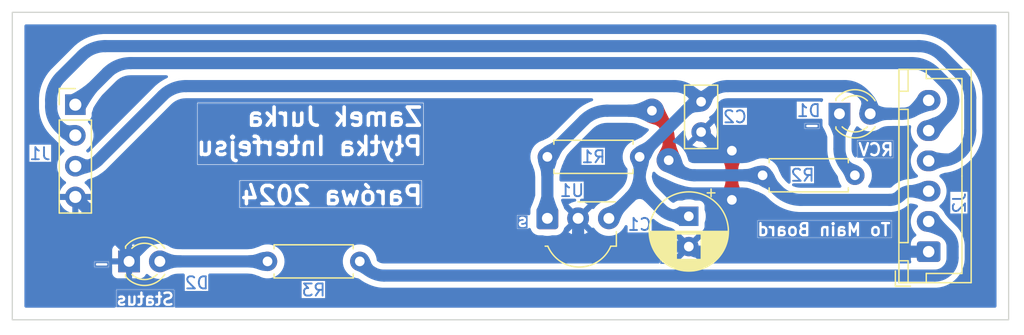
<source format=kicad_pcb>
(kicad_pcb (version 20221018) (generator pcbnew)
  (layers (0 "F.Cu" signal) (31 "B.Cu" signal) (34 "B.Paste" user) (35 "F.Paste" user) (36 "B.SilkS" user "B.Silkscreen") (37 "F.SilkS" user "F.Silkscreen") (38 "B.Mask" user) (39 "F.Mask" user) (44 "Edge.Cuts" user))
  (net 0 "")
  (net 1 "+5V")
  (net 2 "GND")
  (net 3 "/RCV LED -")
  (net 4 "/Status LED +")
  (net 5 "/SDA")
  (net 6 "/SCL")
  (net 7 "/Status")
  (net 8 "/IR Signal")
  (footprint "Resistor_THT:R_Axial_DIN0207_L6.3mm_D2.5mm_P7.62mm_Horizontal" (layer "F.Cu") (at 262.4836 27.6352)
    (fp_text reference "R2" (at 3.302 0) (layer "B.Cu" knockout) (effects (justify mirror)))
    (fp_text value "1.2k")
    (fp_line (start 0.54 -1.37) (end 7.08 -1.37) (stroke (width 0.12)) (layer "F.SilkS"))
    (fp_line (start 0.54 -1.04) (end 0.54 -1.37) (stroke (width 0.12)) (layer "F.SilkS"))
    (fp_line (start 0.54 1.04) (end 0.54 1.37) (stroke (width 0.12)) (layer "F.SilkS"))
    (fp_line (start 0.54 1.37) (end 7.08 1.37) (stroke (width 0.12)) (layer "F.SilkS"))
    (fp_line (start 7.08 -1.37) (end 7.08 -1.04) (stroke (width 0.12)) (layer "F.SilkS"))
    (fp_line (start 7.08 1.37) (end 7.08 1.04) (stroke (width 0.12)) (layer "F.SilkS"))
    (pad "1" thru_hole circle (at 0 0) (size 1.6 1.6) (drill 0.8) (layers "*.Cu" "*.Mask") (net 8 "/IR Signal"))
    (pad "2" thru_hole oval (at 7.62 0) (size 1.6 1.6) (drill 0.8) (layers "*.Cu" "*.Mask") (net 3 "/RCV LED -"))
  )
  (footprint "Resistor_THT:R_Axial_DIN0207_L6.3mm_D2.5mm_P7.62mm_Horizontal" (layer "F.Cu") (at 229.2096 34.7472 180)
    (fp_text reference "R3" (at 3.81 -2.37) (layer "B.Cu" knockout) (effects (justify mirror)))
    (fp_text value "1.2k")
    (fp_line (start 0.54 -1.37) (end 7.08 -1.37) (stroke (width 0.12)) (layer "F.SilkS"))
    (fp_line (start 0.54 -1.04) (end 0.54 -1.37) (stroke (width 0.12)) (layer "F.SilkS"))
    (fp_line (start 0.54 1.04) (end 0.54 1.37) (stroke (width 0.12)) (layer "F.SilkS"))
    (fp_line (start 0.54 1.37) (end 7.08 1.37) (stroke (width 0.12)) (layer "F.SilkS"))
    (fp_line (start 7.08 -1.37) (end 7.08 -1.04) (stroke (width 0.12)) (layer "F.SilkS"))
    (fp_line (start 7.08 1.37) (end 7.08 1.04) (stroke (width 0.12)) (layer "F.SilkS"))
    (pad "1" thru_hole circle (at 0 0 180) (size 1.6 1.6) (drill 0.8) (layers "*.Cu" "*.Mask") (net 7 "/Status"))
    (pad "2" thru_hole oval (at 7.62 0 180) (size 1.6 1.6) (drill 0.8) (layers "*.Cu" "*.Mask") (net 4 "/Status LED +"))
  )
  (footprint "Connector_JST:JST_XH_B6B-XH-A_1x06_P2.50mm_Vertical" (layer "F.Cu") (at 276.1996 33.9452 90)
    (fp_text reference "J2" (at 4.024 2.54 90) (layer "B.Cu" knockout) (effects (justify mirror)))
    (fp_text value "Main Board")
    (fp_line (start -2.85 -2.75) (end -2.85 -1.5) (stroke (width 0.12)) (layer "F.SilkS"))
    (fp_line (start -2.56 -2.46) (end -2.56 3.51) (stroke (width 0.12)) (layer "F.SilkS"))
    (fp_line (start -2.56 3.51) (end 15.06 3.51) (stroke (width 0.12)) (layer "F.SilkS"))
    (fp_line (start -2.55 -2.45) (end -2.55 -1.7) (stroke (width 0.12)) (layer "F.SilkS"))
    (fp_line (start -2.55 -1.7) (end -0.75 -1.7) (stroke (width 0.12)) (layer "F.SilkS"))
    (fp_line (start -2.55 -0.2) (end -1.8 -0.2) (stroke (width 0.12)) (layer "F.SilkS"))
    (fp_line (start -1.8 -0.2) (end -1.8 2.75) (stroke (width 0.12)) (layer "F.SilkS"))
    (fp_line (start -1.8 2.75) (end 6.25 2.75) (stroke (width 0.12)) (layer "F.SilkS"))
    (fp_line (start -1.6 -2.75) (end -2.85 -2.75) (stroke (width 0.12)) (layer "F.SilkS"))
    (fp_line (start -0.75 -2.45) (end -2.55 -2.45) (stroke (width 0.12)) (layer "F.SilkS"))
    (fp_line (start -0.75 -1.7) (end -0.75 -2.45) (stroke (width 0.12)) (layer "F.SilkS"))
    (fp_line (start 0.75 -2.45) (end 0.75 -1.7) (stroke (width 0.12)) (layer "F.SilkS"))
    (fp_line (start 0.75 -1.7) (end 11.75 -1.7) (stroke (width 0.12)) (layer "F.SilkS"))
    (fp_line (start 11.75 -2.45) (end 0.75 -2.45) (stroke (width 0.12)) (layer "F.SilkS"))
    (fp_line (start 11.75 -1.7) (end 11.75 -2.45) (stroke (width 0.12)) (layer "F.SilkS"))
    (fp_line (start 13.25 -2.45) (end 13.25 -1.7) (stroke (width 0.12)) (layer "F.SilkS"))
    (fp_line (start 13.25 -1.7) (end 15.05 -1.7) (stroke (width 0.12)) (layer "F.SilkS"))
    (fp_line (start 14.3 -0.2) (end 14.3 2.75) (stroke (width 0.12)) (layer "F.SilkS"))
    (fp_line (start 14.3 2.75) (end 6.25 2.75) (stroke (width 0.12)) (layer "F.SilkS"))
    (fp_line (start 15.05 -2.45) (end 13.25 -2.45) (stroke (width 0.12)) (layer "F.SilkS"))
    (fp_line (start 15.05 -1.7) (end 15.05 -2.45) (stroke (width 0.12)) (layer "F.SilkS"))
    (fp_line (start 15.05 -0.2) (end 14.3 -0.2) (stroke (width 0.12)) (layer "F.SilkS"))
    (fp_line (start 15.06 -2.46) (end -2.56 -2.46) (stroke (width 0.12)) (layer "F.SilkS"))
    (fp_line (start 15.06 3.51) (end 15.06 -2.46) (stroke (width 0.12)) (layer "F.SilkS"))
    (pad "1" thru_hole roundrect (at 0 0 90) (size 1.7 1.95) (drill 0.95) (layers "*.Cu" "*.Mask") (roundrect_rratio 0.1470588235) (net 2 "GND"))
    (pad "2" thru_hole oval (at 2.5 0 90) (size 1.7 1.95) (drill 0.95) (layers "*.Cu" "*.Mask") (net 7 "/Status"))
    (pad "3" thru_hole oval (at 5 0 90) (size 1.7 1.95) (drill 0.95) (layers "*.Cu" "*.Mask") (net 8 "/IR Signal"))
    (pad "4" thru_hole oval (at 7.5 0 90) (size 1.7 1.95) (drill 0.95) (layers "*.Cu" "*.Mask") (net 6 "/SCL"))
    (pad "5" thru_hole oval (at 10 0 90) (size 1.7 1.95) (drill 0.95) (layers "*.Cu" "*.Mask") (net 5 "/SDA"))
    (pad "6" thru_hole oval (at 12.5 0 90) (size 1.7 1.95) (drill 0.95) (layers "*.Cu" "*.Mask") (net 1 "+5V"))
  )
  (footprint "Capacitor_THT:CP_Radial_D6.3mm_P2.50mm" (layer "F.Cu") (at 256.3876 31.024821 -90)
    (fp_text reference "C1" (at 0.674379 4.064 -180) (layer "B.Cu" knockout) (effects (justify mirror)))
    (fp_text value "100 uF")
    (fp_line (start -2.250241 -1.839) (end -1.620241 -1.839) (stroke (width 0.12)) (layer "F.SilkS"))
    (fp_line (start -1.935241 -2.154) (end -1.935241 -1.524) (stroke (width 0.12)) (layer "F.SilkS"))
    (fp_line (start 1.25 -3.23) (end 1.25 3.23) (stroke (width 0.12)) (layer "F.SilkS"))
    (fp_line (start 1.29 -3.23) (end 1.29 3.23) (stroke (width 0.12)) (layer "F.SilkS"))
    (fp_line (start 1.33 -3.23) (end 1.33 3.23) (stroke (width 0.12)) (layer "F.SilkS"))
    (fp_line (start 1.37 -3.228) (end 1.37 3.228) (stroke (width 0.12)) (layer "F.SilkS"))
    (fp_line (start 1.41 -3.227) (end 1.41 3.227) (stroke (width 0.12)) (layer "F.SilkS"))
    (fp_line (start 1.45 -3.224) (end 1.45 3.224) (stroke (width 0.12)) (layer "F.SilkS"))
    (fp_line (start 1.49 -3.222) (end 1.49 -1.04) (stroke (width 0.12)) (layer "F.SilkS"))
    (fp_line (start 1.49 1.04) (end 1.49 3.222) (stroke (width 0.12)) (layer "F.SilkS"))
    (fp_line (start 1.53 -3.218) (end 1.53 -1.04) (stroke (width 0.12)) (layer "F.SilkS"))
    (fp_line (start 1.53 1.04) (end 1.53 3.218) (stroke (width 0.12)) (layer "F.SilkS"))
    (fp_line (start 1.57 -3.215) (end 1.57 -1.04) (stroke (width 0.12)) (layer "F.SilkS"))
    (fp_line (start 1.57 1.04) (end 1.57 3.215) (stroke (width 0.12)) (layer "F.SilkS"))
    (fp_line (start 1.61 -3.211) (end 1.61 -1.04) (stroke (width 0.12)) (layer "F.SilkS"))
    (fp_line (start 1.61 1.04) (end 1.61 3.211) (stroke (width 0.12)) (layer "F.SilkS"))
    (fp_line (start 1.65 -3.206) (end 1.65 -1.04) (stroke (width 0.12)) (layer "F.SilkS"))
    (fp_line (start 1.65 1.04) (end 1.65 3.206) (stroke (width 0.12)) (layer "F.SilkS"))
    (fp_line (start 1.69 -3.201) (end 1.69 -1.04) (stroke (width 0.12)) (layer "F.SilkS"))
    (fp_line (start 1.69 1.04) (end 1.69 3.201) (stroke (width 0.12)) (layer "F.SilkS"))
    (fp_line (start 1.73 -3.195) (end 1.73 -1.04) (stroke (width 0.12)) (layer "F.SilkS"))
    (fp_line (start 1.73 1.04) (end 1.73 3.195) (stroke (width 0.12)) (layer "F.SilkS"))
    (fp_line (start 1.77 -3.189) (end 1.77 -1.04) (stroke (width 0.12)) (layer "F.SilkS"))
    (fp_line (start 1.77 1.04) (end 1.77 3.189) (stroke (width 0.12)) (layer "F.SilkS"))
    (fp_line (start 1.81 -3.182) (end 1.81 -1.04) (stroke (width 0.12)) (layer "F.SilkS"))
    (fp_line (start 1.81 1.04) (end 1.81 3.182) (stroke (width 0.12)) (layer "F.SilkS"))
    (fp_line (start 1.85 -3.175) (end 1.85 -1.04) (stroke (width 0.12)) (layer "F.SilkS"))
    (fp_line (start 1.85 1.04) (end 1.85 3.175) (stroke (width 0.12)) (layer "F.SilkS"))
    (fp_line (start 1.89 -3.167) (end 1.89 -1.04) (stroke (width 0.12)) (layer "F.SilkS"))
    (fp_line (start 1.89 1.04) (end 1.89 3.167) (stroke (width 0.12)) (layer "F.SilkS"))
    (fp_line (start 1.93 -3.159) (end 1.93 -1.04) (stroke (width 0.12)) (layer "F.SilkS"))
    (fp_line (start 1.93 1.04) (end 1.93 3.159) (stroke (width 0.12)) (layer "F.SilkS"))
    (fp_line (start 1.971 -3.15) (end 1.971 -1.04) (stroke (width 0.12)) (layer "F.SilkS"))
    (fp_line (start 1.971 1.04) (end 1.971 3.15) (stroke (width 0.12)) (layer "F.SilkS"))
    (fp_line (start 2.011 -3.141) (end 2.011 -1.04) (stroke (width 0.12)) (layer "F.SilkS"))
    (fp_line (start 2.011 1.04) (end 2.011 3.141) (stroke (width 0.12)) (layer "F.SilkS"))
    (fp_line (start 2.051 -3.131) (end 2.051 -1.04) (stroke (width 0.12)) (layer "F.SilkS"))
    (fp_line (start 2.051 1.04) (end 2.051 3.131) (stroke (width 0.12)) (layer "F.SilkS"))
    (fp_line (start 2.091 -3.121) (end 2.091 -1.04) (stroke (width 0.12)) (layer "F.SilkS"))
    (fp_line (start 2.091 1.04) (end 2.091 3.121) (stroke (width 0.12)) (layer "F.SilkS"))
    (fp_line (start 2.131 -3.11) (end 2.131 -1.04) (stroke (width 0.12)) (layer "F.SilkS"))
    (fp_line (start 2.131 1.04) (end 2.131 3.11) (stroke (width 0.12)) (layer "F.SilkS"))
    (fp_line (start 2.171 -3.098) (end 2.171 -1.04) (stroke (width 0.12)) (layer "F.SilkS"))
    (fp_line (start 2.171 1.04) (end 2.171 3.098) (stroke (width 0.12)) (layer "F.SilkS"))
    (fp_line (start 2.211 -3.086) (end 2.211 -1.04) (stroke (width 0.12)) (layer "F.SilkS"))
    (fp_line (start 2.211 1.04) (end 2.211 3.086) (stroke (width 0.12)) (layer "F.SilkS"))
    (fp_line (start 2.251 -3.074) (end 2.251 -1.04) (stroke (width 0.12)) (layer "F.SilkS"))
    (fp_line (start 2.251 1.04) (end 2.251 3.074) (stroke (width 0.12)) (layer "F.SilkS"))
    (fp_line (start 2.291 -3.061) (end 2.291 -1.04) (stroke (width 0.12)) (layer "F.SilkS"))
    (fp_line (start 2.291 1.04) (end 2.291 3.061) (stroke (width 0.12)) (layer "F.SilkS"))
    (fp_line (start 2.331 -3.047) (end 2.331 -1.04) (stroke (width 0.12)) (layer "F.SilkS"))
    (fp_line (start 2.331 1.04) (end 2.331 3.047) (stroke (width 0.12)) (layer "F.SilkS"))
    (fp_line (start 2.371 -3.033) (end 2.371 -1.04) (stroke (width 0.12)) (layer "F.SilkS"))
    (fp_line (start 2.371 1.04) (end 2.371 3.033) (stroke (width 0.12)) (layer "F.SilkS"))
    (fp_line (start 2.411 -3.018) (end 2.411 -1.04) (stroke (width 0.12)) (layer "F.SilkS"))
    (fp_line (start 2.411 1.04) (end 2.411 3.018) (stroke (width 0.12)) (layer "F.SilkS"))
    (fp_line (start 2.451 -3.002) (end 2.451 -1.04) (stroke (width 0.12)) (layer "F.SilkS"))
    (fp_line (start 2.451 1.04) (end 2.451 3.002) (stroke (width 0.12)) (layer "F.SilkS"))
    (fp_line (start 2.491 -2.986) (end 2.491 -1.04) (stroke (width 0.12)) (layer "F.SilkS"))
    (fp_line (start 2.491 1.04) (end 2.491 2.986) (stroke (width 0.12)) (layer "F.SilkS"))
    (fp_line (start 2.531 -2.97) (end 2.531 -1.04) (stroke (width 0.12)) (layer "F.SilkS"))
    (fp_line (start 2.531 1.04) (end 2.531 2.97) (stroke (width 0.12)) (layer "F.SilkS"))
    (fp_line (start 2.571 -2.952) (end 2.571 -1.04) (stroke (width 0.12)) (layer "F.SilkS"))
    (fp_line (start 2.571 1.04) (end 2.571 2.952) (stroke (width 0.12)) (layer "F.SilkS"))
    (fp_line (start 2.611 -2.934) (end 2.611 -1.04) (stroke (width 0.12)) (layer "F.SilkS"))
    (fp_line (start 2.611 1.04) (end 2.611 2.934) (stroke (width 0.12)) (layer "F.SilkS"))
    (fp_line (start 2.651 -2.916) (end 2.651 -1.04) (stroke (width 0.12)) (layer "F.SilkS"))
    (fp_line (start 2.651 1.04) (end 2.651 2.916) (stroke (width 0.12)) (layer "F.SilkS"))
    (fp_line (start 2.691 -2.896) (end 2.691 -1.04) (stroke (width 0.12)) (layer "F.SilkS"))
    (fp_line (start 2.691 1.04) (end 2.691 2.896) (stroke (width 0.12)) (layer "F.SilkS"))
    (fp_line (start 2.731 -2.876) (end 2.731 -1.04) (stroke (width 0.12)) (layer "F.SilkS"))
    (fp_line (start 2.731 1.04) (end 2.731 2.876) (stroke (width 0.12)) (layer "F.SilkS"))
    (fp_line (start 2.771 -2.856) (end 2.771 -1.04) (stroke (width 0.12)) (layer "F.SilkS"))
    (fp_line (start 2.771 1.04) (end 2.771 2.856) (stroke (width 0.12)) (layer "F.SilkS"))
    (fp_line (start 2.811 -2.834) (end 2.811 -1.04) (stroke (width 0.12)) (layer "F.SilkS"))
    (fp_line (start 2.811 1.04) (end 2.811 2.834) (stroke (width 0.12)) (layer "F.SilkS"))
    (fp_line (start 2.851 -2.812) (end 2.851 -1.04) (stroke (width 0.12)) (layer "F.SilkS"))
    (fp_line (start 2.851 1.04) (end 2.851 2.812) (stroke (width 0.12)) (layer "F.SilkS"))
    (fp_line (start 2.891 -2.79) (end 2.891 -1.04) (stroke (width 0.12)) (layer "F.SilkS"))
    (fp_line (start 2.891 1.04) (end 2.891 2.79) (stroke (width 0.12)) (layer "F.SilkS"))
    (fp_line (start 2.931 -2.766) (end 2.931 -1.04) (stroke (width 0.12)) (layer "F.SilkS"))
    (fp_line (start 2.931 1.04) (end 2.931 2.766) (stroke (width 0.12)) (layer "F.SilkS"))
    (fp_line (start 2.971 -2.742) (end 2.971 -1.04) (stroke (width 0.12)) (layer "F.SilkS"))
    (fp_line (start 2.971 1.04) (end 2.971 2.742) (stroke (width 0.12)) (layer "F.SilkS"))
    (fp_line (start 3.011 -2.716) (end 3.011 -1.04) (stroke (width 0.12)) (layer "F.SilkS"))
    (fp_line (start 3.011 1.04) (end 3.011 2.716) (stroke (width 0.12)) (layer "F.SilkS"))
    (fp_line (start 3.051 -2.69) (end 3.051 -1.04) (stroke (width 0.12)) (layer "F.SilkS"))
    (fp_line (start 3.051 1.04) (end 3.051 2.69) (stroke (width 0.12)) (layer "F.SilkS"))
    (fp_line (start 3.091 -2.664) (end 3.091 -1.04) (stroke (width 0.12)) (layer "F.SilkS"))
    (fp_line (start 3.091 1.04) (end 3.091 2.664) (stroke (width 0.12)) (layer "F.SilkS"))
    (fp_line (start 3.131 -2.636) (end 3.131 -1.04) (stroke (width 0.12)) (layer "F.SilkS"))
    (fp_line (start 3.131 1.04) (end 3.131 2.636) (stroke (width 0.12)) (layer "F.SilkS"))
    (fp_line (start 3.171 -2.607) (end 3.171 -1.04) (stroke (width 0.12)) (layer "F.SilkS"))
    (fp_line (start 3.171 1.04) (end 3.171 2.607) (stroke (width 0.12)) (layer "F.SilkS"))
    (fp_line (start 3.211 -2.578) (end 3.211 -1.04) (stroke (width 0.12)) (layer "F.SilkS"))
    (fp_line (start 3.211 1.04) (end 3.211 2.578) (stroke (width 0.12)) (layer "F.SilkS"))
    (fp_line (start 3.251 -2.548) (end 3.251 -1.04) (stroke (width 0.12)) (layer "F.SilkS"))
    (fp_line (start 3.251 1.04) (end 3.251 2.548) (stroke (width 0.12)) (layer "F.SilkS"))
    (fp_line (start 3.291 -2.516) (end 3.291 -1.04) (stroke (width 0.12)) (layer "F.SilkS"))
    (fp_line (start 3.291 1.04) (end 3.291 2.516) (stroke (width 0.12)) (layer "F.SilkS"))
    (fp_line (start 3.331 -2.484) (end 3.331 -1.04) (stroke (width 0.12)) (layer "F.SilkS"))
    (fp_line (start 3.331 1.04) (end 3.331 2.484) (stroke (width 0.12)) (layer "F.SilkS"))
    (fp_line (start 3.371 -2.45) (end 3.371 -1.04) (stroke (width 0.12)) (layer "F.SilkS"))
    (fp_line (start 3.371 1.04) (end 3.371 2.45) (stroke (width 0.12)) (layer "F.SilkS"))
    (fp_line (start 3.411 -2.416) (end 3.411 -1.04) (stroke (width 0.12)) (layer "F.SilkS"))
    (fp_line (start 3.411 1.04) (end 3.411 2.416) (stroke (width 0.12)) (layer "F.SilkS"))
    (fp_line (start 3.451 -2.38) (end 3.451 -1.04) (stroke (width 0.12)) (layer "F.SilkS"))
    (fp_line (start 3.451 1.04) (end 3.451 2.38) (stroke (width 0.12)) (layer "F.SilkS"))
    (fp_line (start 3.491 -2.343) (end 3.491 -1.04) (stroke (width 0.12)) (layer "F.SilkS"))
    (fp_line (start 3.491 1.04) (end 3.491 2.343) (stroke (width 0.12)) (layer "F.SilkS"))
    (fp_line (start 3.531 -2.305) (end 3.531 -1.04) (stroke (width 0.12)) (layer "F.SilkS"))
    (fp_line (start 3.531 1.04) (end 3.531 2.305) (stroke (width 0.12)) (layer "F.SilkS"))
    (fp_line (start 3.571 -2.265) (end 3.571 2.265) (stroke (width 0.12)) (layer "F.SilkS"))
    (fp_line (start 3.611 -2.224) (end 3.611 2.224) (stroke (width 0.12)) (layer "F.SilkS"))
    (fp_line (start 3.651 -2.182) (end 3.651 2.182) (stroke (width 0.12)) (layer "F.SilkS"))
    (fp_line (start 3.691 -2.137) (end 3.691 2.137) (stroke (width 0.12)) (layer "F.SilkS"))
    (fp_line (start 3.731 -2.092) (end 3.731 2.092) (stroke (width 0.12)) (layer "F.SilkS"))
    (fp_line (start 3.771 -2.044) (end 3.771 2.044) (stroke (width 0.12)) (layer "F.SilkS"))
    (fp_line (start 3.811 -1.995) (end 3.811 1.995) (stroke (width 0.12)) (layer "F.SilkS"))
    (fp_line (start 3.851 -1.944) (end 3.851 1.944) (stroke (width 0.12)) (layer "F.SilkS"))
    (fp_line (start 3.891 -1.89) (end 3.891 1.89) (stroke (width 0.12)) (layer "F.SilkS"))
    (fp_line (start 3.931 -1.834) (end 3.931 1.834) (stroke (width 0.12)) (layer "F.SilkS"))
    (fp_line (start 3.971 -1.776) (end 3.971 1.776) (stroke (width 0.12)) (layer "F.SilkS"))
    (fp_line (start 4.011 -1.714) (end 4.011 1.714) (stroke (width 0.12)) (layer "F.SilkS"))
    (fp_line (start 4.051 -1.65) (end 4.051 1.65) (stroke (width 0.12)) (layer "F.SilkS"))
    (fp_line (start 4.091 -1.581) (end 4.091 1.581) (stroke (width 0.12)) (layer "F.SilkS"))
    (fp_line (start 4.131 -1.509) (end 4.131 1.509) (stroke (width 0.12)) (layer "F.SilkS"))
    (fp_line (start 4.171 -1.432) (end 4.171 1.432) (stroke (width 0.12)) (layer "F.SilkS"))
    (fp_line (start 4.211 -1.35) (end 4.211 1.35) (stroke (width 0.12)) (layer "F.SilkS"))
    (fp_line (start 4.251 -1.262) (end 4.251 1.262) (stroke (width 0.12)) (layer "F.SilkS"))
    (fp_line (start 4.291 -1.165) (end 4.291 1.165) (stroke (width 0.12)) (layer "F.SilkS"))
    (fp_line (start 4.331 -1.059) (end 4.331 1.059) (stroke (width 0.12)) (layer "F.SilkS"))
    (fp_line (start 4.371 -0.94) (end 4.371 0.94) (stroke (width 0.12)) (layer "F.SilkS"))
    (fp_line (start 4.411 -0.802) (end 4.411 0.802) (stroke (width 0.12)) (layer "F.SilkS"))
    (fp_line (start 4.451 -0.633) (end 4.451 0.633) (stroke (width 0.12)) (layer "F.SilkS"))
    (fp_line (start 4.491 -0.402) (end 4.491 0.402) (stroke (width 0.12)) (layer "F.SilkS"))
    (fp_circle (center 1.25 0) (end 4.52 0) (stroke (width 0.12)) (fill none) (layer "F.SilkS"))
    (pad "1" thru_hole rect (at 0 0 270) (size 1.6 1.6) (drill 0.8) (layers "*.Cu" "*.Mask") (net 1 "+5V"))
    (pad "2" thru_hole circle (at 2.5 0 270) (size 1.6 1.6) (drill 0.8) (layers "*.Cu" "*.Mask") (net 2 "GND"))
  )
  (footprint "Capacitor_THT:C_Disc_D5.0mm_W2.5mm_P2.50mm" (layer "F.Cu") (at 257.4036 21.5592 -90)
    (fp_text reference "C2" (at 1.25 -2.794 -180) (layer "B.Cu" knockout) (effects (justify mirror)))
    (fp_text value "100 nF")
    (fp_line (start -1.37 -1.37) (end -1.37 1.37) (stroke (width 0.12)) (layer "F.SilkS"))
    (fp_line (start -1.37 -1.37) (end 3.87 -1.37) (stroke (width 0.12)) (layer "F.SilkS"))
    (fp_line (start -1.37 1.37) (end 3.87 1.37) (stroke (width 0.12)) (layer "F.SilkS"))
    (fp_line (start 3.87 -1.37) (end 3.87 1.37) (stroke (width 0.12)) (layer "F.SilkS"))
    (pad "1" thru_hole circle (at 0 0 270) (size 1.6 1.6) (drill 0.8) (layers "*.Cu" "*.Mask") (net 1 "+5V"))
    (pad "2" thru_hole circle (at 2.5 0 270) (size 1.6 1.6) (drill 0.8) (layers "*.Cu" "*.Mask") (net 2 "GND"))
  )
  (footprint "Connector_PinHeader_2.54mm:PinHeader_1x04_P2.54mm_Vertical" (layer "F.Cu") (at 205.7146 21.8032)
    (fp_text reference "J1" (at -2.921 4.054) (layer "B.Cu" knockout) (effects (justify mirror)))
    (fp_text value "Display")
    (fp_line (start -1.33 -1.33) (end 0 -1.33) (stroke (width 0.12)) (layer "F.SilkS"))
    (fp_line (start -1.33 0) (end -1.33 -1.33) (stroke (width 0.12)) (layer "F.SilkS"))
    (fp_line (start -1.33 1.27) (end -1.33 8.95) (stroke (width 0.12)) (layer "F.SilkS"))
    (fp_line (start -1.33 1.27) (end 1.33 1.27) (stroke (width 0.12)) (layer "F.SilkS"))
    (fp_line (start -1.33 8.95) (end 1.33 8.95) (stroke (width 0.12)) (layer "F.SilkS"))
    (fp_line (start 1.33 1.27) (end 1.33 8.95) (stroke (width 0.12)) (layer "F.SilkS"))
    (pad "1" thru_hole rect (at 0 0) (size 1.7 1.7) (drill 1) (layers "*.Cu" "*.Mask") (net 5 "/SDA"))
    (pad "2" thru_hole oval (at 0 2.54) (size 1.7 1.7) (drill 1) (layers "*.Cu" "*.Mask") (net 6 "/SCL"))
    (pad "3" thru_hole oval (at 0 5.08) (size 1.7 1.7) (drill 1) (layers "*.Cu" "*.Mask") (net 1 "+5V"))
    (pad "4" thru_hole oval (at 0 7.62) (size 1.7 1.7) (drill 1) (layers "*.Cu" "*.Mask") (net 2 "GND"))
  )
  (footprint "LED_THT:LED_D3.0mm" (layer "F.Cu") (at 210.1546 34.7472)
    (fp_text reference "D2" (at 5.593 1.778) (layer "B.Cu" knockout) (effects (justify mirror)))
    (fp_text value "Status LED")
    (fp_line (start -0.29 -1.236) (end -0.29 -1.08) (stroke (width 0.12)) (layer "F.SilkS"))
    (fp_line (start -0.29 1.08) (end -0.29 1.236) (stroke (width 0.12)) (layer "F.SilkS"))
    (fp_arc (start -0.29 -1.235516) (mid 1.366487 -1.987659) (end 2.942335 -1.078608) (stroke (width 0.12)) (layer "F.SilkS"))
    (fp_arc (start 0.229039 -1.08) (mid 1.270117 -1.5) (end 2.31113 -1.079837) (stroke (width 0.12)) (layer "F.SilkS"))
    (fp_arc (start 2.31113 1.079837) (mid 1.270117 1.5) (end 0.229039 1.08) (stroke (width 0.12)) (layer "F.SilkS"))
    (fp_arc (start 2.942335 1.078608) (mid 1.366487 1.987659) (end -0.29 1.235516) (stroke (width 0.12)) (layer "F.SilkS"))
    (pad "1" thru_hole rect (at 0 0) (size 1.8 1.8) (drill 0.9) (layers "*.Cu" "*.Mask") (net 2 "GND"))
    (pad "2" thru_hole circle (at 2.54 0) (size 1.8 1.8) (drill 0.9) (layers "*.Cu" "*.Mask") (net 4 "/Status LED +"))
  )
  (footprint "LED_THT:LED_D3.0mm" (layer "F.Cu") (at 268.8286 22.5552)
    (fp_text reference "D1" (at -2.535 -0.254) (layer "B.Cu" knockout) (effects (justify mirror)))
    (fp_text value "RCV LED")
    (fp_line (start -0.29 -1.236) (end -0.29 -1.08) (stroke (width 0.12)) (layer "F.SilkS"))
    (fp_line (start -0.29 1.08) (end -0.29 1.236) (stroke (width 0.12)) (layer "F.SilkS"))
    (fp_arc (start -0.29 -1.235516) (mid 1.366487 -1.987659) (end 2.942335 -1.078608) (stroke (width 0.12)) (layer "F.SilkS"))
    (fp_arc (start 0.229039 -1.08) (mid 1.270117 -1.5) (end 2.31113 -1.079837) (stroke (width 0.12)) (layer "F.SilkS"))
    (fp_arc (start 2.31113 1.079837) (mid 1.270117 1.5) (end 0.229039 1.08) (stroke (width 0.12)) (layer "F.SilkS"))
    (fp_arc (start 2.942335 1.078608) (mid 1.366487 1.987659) (end -0.29 1.235516) (stroke (width 0.12)) (layer "F.SilkS"))
    (pad "1" thru_hole rect (at 0 0) (size 1.8 1.8) (drill 0.9) (layers "*.Cu" "*.Mask") (net 3 "/RCV LED -"))
    (pad "2" thru_hole circle (at 2.54 0) (size 1.8 1.8) (drill 0.9) (layers "*.Cu" "*.Mask") (net 1 "+5V"))
  )
  (footprint "Resistor_THT:R_Axial_DIN0207_L6.3mm_D2.5mm_P7.62mm_Horizontal" (layer "F.Cu") (at 252.3236 26.1112 180)
    (fp_text reference "R1" (at 3.81 0) (layer "B.Cu" knockout) (effects (justify mirror)))
    (fp_text value "100k")
    (fp_line (start 0.54 -1.37) (end 7.08 -1.37) (stroke (width 0.12)) (layer "F.SilkS"))
    (fp_line (start 0.54 -1.04) (end 0.54 -1.37) (stroke (width 0.12)) (layer "F.SilkS"))
    (fp_line (start 0.54 1.04) (end 0.54 1.37) (stroke (width 0.12)) (layer "F.SilkS"))
    (fp_line (start 0.54 1.37) (end 7.08 1.37) (stroke (width 0.12)) (layer "F.SilkS"))
    (fp_line (start 7.08 -1.37) (end 7.08 -1.04) (stroke (width 0.12)) (layer "F.SilkS"))
    (fp_line (start 7.08 1.37) (end 7.08 1.04) (stroke (width 0.12)) (layer "F.SilkS"))
    (pad "1" thru_hole circle (at 0 0 180) (size 1.6 1.6) (drill 0.8) (layers "*.Cu" "*.Mask") (net 1 "+5V"))
    (pad "2" thru_hole oval (at 7.62 0 180) (size 1.6 1.6) (drill 0.8) (layers "*.Cu" "*.Mask") (net 8 "/IR Signal"))
  )
  (footprint "OptoDevice:Vishay_MOLD-3Pin" (layer "F.Cu") (at 244.7036 31.1912)
    (fp_text reference "U1" (at 2.032 -2.286) (layer "B.Cu" knockout) (effects (justify mirror)))
    (fp_text value "VS1838B")
    (fp_line (start 0.04 2.3) (end -0.18 2.3) (stroke (width 0.12)) (layer "F.SilkS"))
    (fp_line (start 5.62 -1.36) (end 2.54 -1.36) (stroke (width 0.12)) (layer "F.SilkS"))
    (fp_line (start 5.7 2.3) (end 5.24 2.3) (stroke (width 0.12)) (layer "F.SilkS"))
    (fp_line (start 5.7 2.3) (end 5.7 1.1) (stroke (width 0.12)) (layer "F.SilkS"))
    (fp_arc (start 5.24 2.3) (mid 2.64 4.023119) (end 0.04 2.3) (stroke (width 0.12)) (layer "F.SilkS"))
    (pad "1" thru_hole roundrect (at 0 0) (size 1.8 1.8) (drill 0.9) (layers "*.Cu" "*.Mask") (roundrect_rratio 0.138) (net 8 "/IR Signal"))
    (pad "2" thru_hole circle (at 2.54 0) (size 1.8 1.8) (drill 0.9) (layers "*.Cu" "*.Mask") (net 2 "GND"))
    (pad "3" thru_hole circle (at 5.08 0) (size 1.8 1.8) (drill 0.9) (layers "*.Cu" "*.Mask") (net 1 "+5V"))
  )
  (gr_rect (start 200.5076 14.1732) (end 282.8036 39.5732) (stroke (width 0.1)) (fill none) (layer "Edge.Cuts"))
  (gr_text "Status" (at 213.9696 38.4556) (layer "B.Cu" knockout) (effects (font (size 1 1) (thickness 0.2) bold) (justify left bottom mirror)))
  (gr_text "Parówa 2024" (at 234.5436 30.1752) (layer "B.Cu" knockout) (effects (font (size 1.5 1.5) (thickness 0.3) bold) (justify left bottom mirror)))
  (gr_text "-" (at 267.3096 24.0792) (layer "B.Cu" knockout) (effects (font (size 1 1) (thickness 0.2) bold) (justify left bottom mirror)))
  (gr_text "s" (at 243.1796 31.9532) (layer "B.Cu" knockout) (effects (font (size 1 1) (thickness 0.2) bold) (justify left bottom mirror)))
  (gr_text "Zamek Jurka\nPłytka Interfejsu" (at 234.5436 26.1112) (layer "B.Cu" knockout) (effects (font (size 1.5 1.5) (thickness 0.3) bold) (justify left bottom mirror)))
  (gr_text "RCV" (at 273.4056 26.1112) (layer "B.Cu" knockout) (effects (font (size 1 1) (thickness 0.2) bold) (justify left bottom mirror)))
  (gr_text "-" (at 255.3716 35.2552) (layer "B.Cu" knockout) (effects (font (size 1 1) (thickness 0.2) bold) (justify left bottom mirror)))
  (gr_text "To Main Board" (at 273.1516 32.7152) (layer "B.Cu" knockout) (effects (font (size 1 1) (thickness 0.2) bold) (justify left bottom mirror)))
  (gr_text "-" (at 208.6356 35.5092) (layer "B.Cu" knockout) (effects (font (size 1 1) (thickness 0.2) bold) (justify left bottom mirror)))
  (segment (start 253.030706 29.358306) (end 254.099581 30.427181) (width 1) (layer "B.Cu") (net 1))
  (segment (start 212.918703 21.066096) (end 207.591978 26.392821) (width 1) (layer "B.Cu") (net 1))
  (segment (start 275.351527 22.000199) (end 275.802911 21.548816) (width 1) (layer "B.Cu") (net 1))
  (segment (start 274.011639 22.5552) (end 271.3686 22.5552) (width 1) (layer "B.Cu") (net 1))
  (segment (start 259.605767 20.2692) (end 269.275687 20.2692) (width 1) (layer "B.Cu") (net 1))
  (segment (start 214.842581 20.2692) (end 255.201432 20.2692) (width 1) (layer "B.Cu") (net 1))
  (segment (start 255.54241 31.024821) (end 256.3876 31.024821) (width 1) (layer "B.Cu") (net 1))
  (segment (start 251.526703 29.448096) (end 249.7836 31.1912) (width 1) (layer "B.Cu") (net 1))
  (segment (start 276.053064 21.4452) (end 276.1996 21.4452) (width 1) (layer "B.Cu") (net 1))
  (segment (start 271.3686 22.0252) (end 271.3686 22.5552) (width 1) (layer "B.Cu") (net 1))
  (segment (start 206.4081 26.8832) (end 205.7146 26.8832) (width 1) (layer "B.Cu") (net 1))
  (segment (start 270.993833 21.120433) (end 270.7556 20.8822) (width 1) (layer "B.Cu") (net 1))
  (segment (start 258.048599 20.914199) (end 257.590276 21.372523) (width 1) (layer "B.Cu") (net 1))
  (segment (start 257.216923 21.372523) (end 256.7586 20.9142) (width 1) (layer "B.Cu") (net 1))
  (segment (start 252.3236 26.1112) (end 256.688923 21.745876) (width 1) (layer "B.Cu") (net 1))
  (segment (start 252.3236 27.524218) (end 252.3236 26.1112) (width 1) (layer "B.Cu") (net 1))
  (arc (start 251.526703 29.448096) (mid 252.116493 28.565413) (end 252.3236 27.524218) (width 1) (layer "B.Cu") (net 1))
  (arc (start 257.216923 21.372523) (mid 257.403599 21.449847) (end 257.590276 21.372523) (width 1) (layer "B.Cu") (net 1))
  (arc (start 256.7586 20.9142) (mid 256.044165 20.43683) (end 255.201432 20.2692) (width 1) (layer "B.Cu") (net 1))
  (arc (start 252.3236 27.524218) (mid 252.50737 28.542077) (end 253.030706 29.358306) (width 1) (layer "B.Cu") (net 1))
  (arc (start 270.7556 20.8822) (mid 270.07661 20.428513) (end 269.275687 20.2692) (width 1) (layer "B.Cu") (net 1))
  (arc (start 207.591978 26.392821) (mid 207.04881 26.755754) (end 206.4081 26.8832) (width 1) (layer "B.Cu") (net 1))
  (arc (start 257.1396 21.5592) (mid 257.240628 21.491694) (end 257.216923 21.372523) (width 1) (layer "B.Cu") (net 1))
  (arc (start 270.993833 21.120433) (mid 271.271201 21.535543) (end 271.3686 22.0252) (width 1) (layer "B.Cu") (net 1))
  (arc (start 257.590276 21.372523) (mid 257.383504 21.510684) (end 257.1396 21.5592) (width 1) (layer "B.Cu") (net 1))
  (arc (start 254.099581 30.427181) (mid 254.761556 30.869499) (end 255.54241 31.024821) (width 1) (layer "B.Cu") (net 1))
  (arc (start 259.605767 20.2692) (mid 258.763034 20.436829) (end 258.048599 20.914199) (width 1) (layer "B.Cu") (net 1))
  (arc (start 253.030706 29.358306) (mid 252.2973 29.091711) (end 251.526703 29.448096) (width 1) (layer "B.Cu") (net 1))
  (arc (start 257.1396 21.5592) (mid 256.895695 21.607715) (end 256.688923 21.745876) (width 1) (layer "B.Cu") (net 1))
  (arc (start 214.842581 20.2692) (mid 213.801386 20.476306) (end 212.918703 21.066096) (width 1) (layer "B.Cu") (net 1))
  (arc (start 275.351527 22.000199) (mid 274.736781 22.410959) (end 274.011639 22.5552) (width 1) (layer "B.Cu") (net 1))
  (arc (start 276.053064 21.4452) (mid 275.917682 21.472128) (end 275.802911 21.548816) (width 1) (layer "B.Cu") (net 1))
  (segment (start 259.9436 29.6672) (end 259.9436 25.6032) (width 1) (layer "F.Cu") (net 2))
  (via (at 259.9436 25.6032) (size 2) (drill 0.8) (layers "F.Cu" "B.Cu") (net 2))
  (via (at 259.9436 29.6672) (size 2) (drill 0.8) (layers "F.Cu" "B.Cu") (net 2))
  (segment (start 259.9436 25.6032) (end 259.4456 25.6032) (width 1) (layer "B.Cu") (net 2))
  (segment (start 259.9436 32.9452) (end 259.9436 29.6672) (width 1) (layer "B.Cu") (net 2))
  (segment (start 248.41041 33.524821) (end 246.2436 33.524821) (width 1) (layer "B.Cu") (net 2))
  (segment (start 261.115172 33.9452) (end 276.1996 33.9452) (width 1) (layer "B.Cu") (net 2))
  (segment (start 258.9436 33.9452) (end 257.105231 33.9452) (width 1) (layer "B.Cu") (net 2))
  (segment (start 230.415111 32.7152) (end 212.749261 32.7152) (width 1) (layer "B.Cu") (net 2))
  (segment (start 211.417073 33.26701) (end 210.231574 34.452509) (width 1) (layer "B.Cu") (net 2))
  (segment (start 261.115172 33.9452) (end 258.9436 33.9452) (width 1) (layer "B.Cu") (net 2))
  (segment (start 210.1546 34.3052) (end 210.1546 34.638342) (width 1) (layer "B.Cu") (net 2))
  (segment (start 248.41041 33.524821) (end 256.090347 33.524821) (width 1) (layer "B.Cu") (net 2))
  (segment (start 246.2436 33.524821) (end 232.369709 33.524821) (width 1) (layer "B.Cu") (net 2))
  (segment (start 258.59546 25.25106) (end 257.4036 24.0592) (width 1) (layer "B.Cu") (net 2))
  (segment (start 247.2436 32.524821) (end 247.2436 31.1912) (width 1) (layer "B.Cu") (net 2))
  (segment (start 209.842058 33.550658) (end 205.7146 29.4232) (width 1) (layer "B.Cu") (net 2))
  (arc (start 247.2436 32.524821) (mid 247.58535 33.231927) (end 248.41041 33.524821) (width 1) (layer "B.Cu") (net 2))
  (arc (start 210.231574 34.452509) (mid 210.174604 34.53777) (end 210.1546 34.638342) (width 1) (layer "B.Cu") (net 2))
  (arc (start 212.749261 32.7152) (mid 212.028286 32.858611) (end 211.417073 33.26701) (width 1) (layer "B.Cu") (net 2))
  (arc (start 256.597789 33.73501) (mid 256.830605 33.890573) (end 257.105231 33.9452) (width 1) (layer "B.Cu") (net 2))
  (arc (start 209.842058 33.550658) (mid 210.073372 33.896845) (end 210.1546 34.3052) (width 1) (layer "B.Cu") (net 2))
  (arc (start 231.39241 33.12001) (mid 230.944021 32.820406) (end 230.415111 32.7152) (width 1) (layer "B.Cu") (net 2))
  (arc (start 256.597789 33.73501) (mid 256.364972 33.579447) (end 256.090347 33.524821) (width 1) (layer "B.Cu") (net 2))
  (arc (start 231.39241 33.12001) (mid 231.840798 33.419614) (end 232.369709 33.524821) (width 1) (layer "B.Cu") (net 2))
  (arc (start 259.9436 32.9452) (mid 260.286745 33.652306) (end 261.115172 33.9452) (width 1) (layer "B.Cu") (net 2))
  (arc (start 258.59546 25.25106) (mid 258.985507 25.511681) (end 259.4456 25.6032) (width 1) (layer "B.Cu") (net 2))
  (arc (start 258.9436 33.9452) (mid 259.650706 33.652306) (end 259.9436 32.9452) (width 1) (layer "B.Cu") (net 2))
  (arc (start 246.2436 33.524821) (mid 246.950706 33.231927) (end 247.2436 32.524821) (width 1) (layer "B.Cu") (net 2))
  (arc (start 210.1546 34.638342) (mid 210.1546 34.638342) (end 210.1546 34.638342) (width 1) (layer "B.Cu") (net 2))
  (segment (start 269.4661 26.9977) (end 270.1036 27.6352) (width 1) (layer "B.Cu") (net 3))
  (segment (start 268.8286 25.458638) (end 268.8286 22.5552) (width 1) (layer "B.Cu") (net 3))
  (arc (start 268.8286 25.458638) (mid 268.99428 26.291572) (end 269.4661 26.9977) (width 1) (layer "B.Cu") (net 3))
  (segment (start 221.5896 34.7472) (end 212.6946 34.7472) (width 1) (layer "B.Cu") (net 4))
  (segment (start 276.713568 19.166096) (end 277.69344 20.145968) (width 1) (layer "B.Cu") (net 5))
  (segment (start 276.346136 23.9452) (end 276.1996 23.9452) (width 1) (layer "B.Cu") (net 5))
  (segment (start 208.351703 19.166096) (end 205.7146 21.8032) (width 1) (layer "B.Cu") (net 5))
  (segment (start 274.78969 18.3692) (end 210.275581 18.3692) (width 1) (layer "B.Cu") (net 5))
  (segment (start 276.596288 23.841583) (end 277.69344 22.744431) (width 1) (layer "B.Cu") (net 5))
  (arc (start 210.275581 18.3692) (mid 209.234386 18.576306) (end 208.351703 19.166096) (width 1) (layer "B.Cu") (net 5))
  (arc (start 276.713568 19.166096) (mid 275.830885 18.576306) (end 274.78969 18.3692) (width 1) (layer "B.Cu") (net 5))
  (arc (start 277.69344 20.145968) (mid 278.091736 20.74206) (end 278.2316 21.4452) (width 1) (layer "B.Cu") (net 5))
  (arc (start 276.596288 23.841583) (mid 276.481517 23.91827) (end 276.346136 23.9452) (width 1) (layer "B.Cu") (net 5))
  (arc (start 278.2316 21.4452) (mid 278.091736 22.148338) (end 277.69344 22.744431) (width 1) (layer "B.Cu") (net 5))
  (segment (start 275.367588 16.9672) (end 208.177581 16.9672) (width 1) (layer "B.Cu") (net 6))
  (segment (start 278.872867 25.746932) (end 278.9031 25.7167) (width 1) (layer "B.Cu") (net 6))
  (segment (start 277.291466 17.764096) (end 278.834703 19.307333) (width 1) (layer "B.Cu") (net 6))
  (segment (start 279.6316 21.231211) (end 279.6316 23.957945) (width 1) (layer "B.Cu") (net 6))
  (segment (start 204.511496 19.506303) (end 206.253703 17.764096) (width 1) (layer "B.Cu") (net 6))
  (segment (start 203.7146 21.430181) (end 203.7146 21.9652) (width 1) (layer "B.Cu") (net 6))
  (segment (start 204.4111 23.6467) (end 204.892993 24.128593) (width 1) (layer "B.Cu") (net 6))
  (segment (start 277.1871 26.4452) (end 276.1996 26.4452) (width 1) (layer "B.Cu") (net 6))
  (segment (start 205.4111 24.3432) (end 205.7146 24.3432) (width 1) (layer "B.Cu") (net 6))
  (arc (start 278.834703 19.307333) (mid 279.424493 20.190016) (end 279.6316 21.231211) (width 1) (layer "B.Cu") (net 6))
  (arc (start 204.892993 24.128593) (mid 205.130702 24.287425) (end 205.4111 24.3432) (width 1) (layer "B.Cu") (net 6))
  (arc (start 279.6316 23.957945) (mid 279.442269 24.909776) (end 278.9031 25.7167) (width 1) (layer "B.Cu") (net 6))
  (arc (start 208.177581 16.9672) (mid 207.136386 17.174306) (end 206.253703 17.764096) (width 1) (layer "B.Cu") (net 6))
  (arc (start 277.291466 17.764096) (mid 276.408783 17.174306) (end 275.367588 16.9672) (width 1) (layer "B.Cu") (net 6))
  (arc (start 203.7146 21.9652) (mid 203.895614 22.875221) (end 204.4111 23.6467) (width 1) (layer "B.Cu") (net 6))
  (arc (start 204.511496 19.506303) (mid 203.921706 20.388986) (end 203.7146 21.430181) (width 1) (layer "B.Cu") (net 6))
  (arc (start 278.872867 25.746932) (mid 278.09943 26.263726) (end 277.1871 26.4452) (width 1) (layer "B.Cu") (net 6))
  (segment (start 229.7961 35.3337) (end 229.2096 34.7472) (width 1) (layer "B.Cu") (net 7))
  (segment (start 278.1746 34.448673) (end 278.1746 33.537921) (width 1) (layer "B.Cu") (net 7))
  (segment (start 231.212036 35.9202) (end 276.703073 35.9202) (width 1) (layer "B.Cu") (net 7))
  (segment (start 276.819898 31.607224) (end 277.76731 32.554636) (width 1) (layer "B.Cu") (net 7))
  (segment (start 276.428737 31.4452) (end 276.1996 31.4452) (width 1) (layer "B.Cu") (net 7))
  (arc (start 229.7961 35.3337) (mid 230.445737 35.767773) (end 231.212036 35.9202) (width 1) (layer "B.Cu") (net 7))
  (arc (start 278.1746 34.448673) (mid 278.062586 35.011802) (end 277.7436 35.4892) (width 1) (layer "B.Cu") (net 7))
  (arc (start 276.819898 31.607224) (mid 276.640431 31.487308) (end 276.428737 31.4452) (width 1) (layer "B.Cu") (net 7))
  (arc (start 277.76731 32.554636) (mid 278.068749 33.005771) (end 278.1746 33.537921) (width 1) (layer "B.Cu") (net 7))
  (arc (start 277.7436 35.4892) (mid 277.266202 35.808186) (end 276.703073 35.9202) (width 1) (layer "B.Cu") (net 7))
  (segment (start 254.033423 22.995023) (end 253.3396 22.3012) (width 1) (layer "F.Cu") (net 8))
  (segment (start 254.727246 24.670059) (end 254.727246 26.39456) (width 1) (layer "F.Cu") (net 8))
  (via (at 253.3396 22.3012) (size 2) (drill 0.8) (layers "F.Cu" "B.Cu") (net 8))
  (via (at 254.727246 26.39456) (size 2) (drill 0.8) (layers "F.Cu" "B.Cu") (net 8))
  (arc (start 254.033423 22.995023) (mid 254.546927 23.763536) (end 254.727246 24.670059) (width 1) (layer "F.Cu") (net 8))
  (segment (start 263.718703 28.870303) (end 262.4836 27.6352) (width 1) (layer "B.Cu") (net 8))
  (segment (start 272.992068 29.6672) (end 265.642581 29.6672) (width 1) (layer "B.Cu") (net 8))
  (segment (start 274.735131 28.9452) (end 276.1996 28.9452) (width 1) (layer "B.Cu") (net 8))
  (segment (start 254.727246 26.39456) (end 255.347566 27.01488) (width 1) (layer "B.Cu") (net 8))
  (segment (start 244.7036 26.1112) (end 247.716703 23.098096) (width 1) (layer "B.Cu") (net 8))
  (segment (start 259.4356 27.6352) (end 256.84515 27.6352) (width 1) (layer "B.Cu") (net 8))
  (segment (start 253.3396 22.3012) (end 249.640581 22.3012) (width 1) (layer "B.Cu") (net 8))
  (segment (start 261.4676 27.6352) (end 262.4836 27.6352) (width 1) (layer "B.Cu") (net 8))
  (segment (start 244.7036 26.1112) (end 244.7036 31.1912) (width 1) (layer "B.Cu") (net 8))
  (segment (start 261.4676 27.6352) (end 259.4356 27.6352) (width 1) (layer "B.Cu") (net 8))
  (arc (start 274.735131 28.9452) (mid 274.263461 29.03902) (end 273.8636 29.3062) (width 1) (layer "B.Cu") (net 8))
  (arc (start 263.718703 28.870303) (mid 264.601386 29.460093) (end 265.642581 29.6672) (width 1) (layer "B.Cu") (net 8))
  (arc (start 273.8636 29.3062) (mid 273.463737 29.573379) (end 272.992068 29.6672) (width 1) (layer "B.Cu") (net 8))
  (arc (start 255.347566 27.01488) (mid 256.034663 27.473984) (end 256.84515 27.6352) (width 1) (layer "B.Cu") (net 8))
  (arc (start 249.640581 22.3012) (mid 248.599386 22.508306) (end 247.716703 23.098096) (width 1) (layer "B.Cu") (net 8))
  (zone (net 2) (net_name "GND") (layer "B.Cu") (name "Ground Pour") (connect_pads (clearance 0.5)) (min_thickness 0.25) (fill yes (thermal_gap 0.5) (thermal_bridge_width 0.5) (smoothing fillet) (radius 0.2) (island_removal_mode 2) (island_area_min 10))
    (polygon (pts (xy 283.8196 13.1572) (xy 199.4916 13.1572) (xy 199.4916 40.8432) (xy 284.0736 40.8432)))
  )
)
</source>
